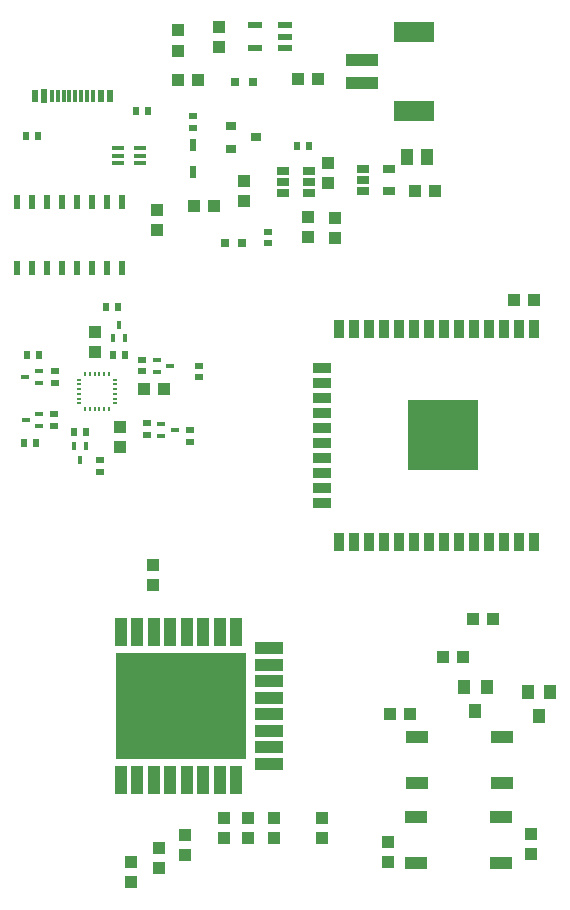
<source format=gbr>
G04 EAGLE Gerber RS-274X export*
G75*
%MOMM*%
%FSLAX34Y34*%
%LPD*%
%INSolderpaste Top*%
%IPPOS*%
%AMOC8*
5,1,8,0,0,1.08239X$1,22.5*%
G01*
%ADD10R,1.016000X1.143000*%
%ADD11R,0.650000X0.460000*%
%ADD12R,0.900000X0.800000*%
%ADD13R,0.250000X0.450000*%
%ADD14R,0.450000X0.250000*%
%ADD15R,1.200000X0.550000*%
%ADD16R,0.900000X1.500000*%
%ADD17R,1.500000X0.900000*%
%ADD18R,6.000000X6.000000*%
%ADD19R,0.600000X1.200000*%
%ADD20R,0.700000X0.600000*%
%ADD21R,0.600000X0.700000*%
%ADD22R,0.460000X0.650000*%
%ADD23R,1.000000X1.100000*%
%ADD24R,1.100000X1.000000*%
%ADD25R,1.050000X0.400000*%
%ADD26R,1.900000X1.000000*%
%ADD27R,1.000000X1.350000*%
%ADD28R,1.060000X0.650000*%
%ADD29R,3.499994X1.799997*%
%ADD30R,2.699994X0.999997*%
%ADD31R,0.800000X0.800000*%
%ADD32R,2.450000X1.000000*%
%ADD33R,1.000000X2.450000*%
%ADD34R,11.000000X9.000000*%
%ADD35R,0.300000X1.140000*%
%ADD36R,0.500000X1.140000*%
%ADD37R,0.500000X1.150000*%
%ADD38R,0.500000X1.050000*%


D10*
X412360Y162430D03*
X402860Y182750D03*
X421860Y182750D03*
D11*
X42926Y439924D03*
X42926Y449924D03*
X31426Y444924D03*
D12*
X205646Y657454D03*
X205646Y638454D03*
X226646Y647954D03*
D10*
X466208Y158366D03*
X456708Y178686D03*
X475708Y178686D03*
D13*
X85870Y417732D03*
X81870Y417732D03*
X89870Y417732D03*
X93870Y417732D03*
X97870Y417732D03*
X101870Y417732D03*
D14*
X106870Y422732D03*
X106870Y426732D03*
X106870Y430732D03*
X106870Y434732D03*
X106870Y438732D03*
X106870Y442732D03*
D13*
X101870Y447732D03*
X97870Y447732D03*
X89870Y447732D03*
X93870Y447732D03*
X85870Y447732D03*
X81870Y447732D03*
D14*
X76870Y442732D03*
X76870Y438732D03*
X76870Y434732D03*
X76870Y430732D03*
X76870Y426732D03*
X76870Y422732D03*
D15*
X251507Y723798D03*
X251507Y733298D03*
X251507Y742798D03*
X225505Y742798D03*
X225505Y723798D03*
D16*
X462238Y485722D03*
X449538Y485722D03*
X436838Y485722D03*
X424138Y485722D03*
X411438Y485722D03*
X398738Y485722D03*
X386038Y485722D03*
X373338Y485722D03*
X360638Y485722D03*
X347938Y485722D03*
X335238Y485722D03*
X322538Y485722D03*
X309838Y485722D03*
X297138Y485722D03*
D17*
X282238Y452872D03*
X282238Y440172D03*
X282238Y427472D03*
X282238Y414772D03*
X282238Y402072D03*
X282238Y389372D03*
X282238Y376672D03*
X282238Y363972D03*
X282238Y351272D03*
X282238Y338572D03*
D16*
X297138Y305722D03*
X309838Y305722D03*
X322538Y305722D03*
X335238Y305722D03*
X347938Y305722D03*
X360638Y305722D03*
X373338Y305722D03*
X386038Y305722D03*
X398738Y305722D03*
X411438Y305722D03*
X424138Y305722D03*
X436838Y305722D03*
X449538Y305722D03*
X462238Y305722D03*
D18*
X385238Y395722D03*
D19*
X113246Y593098D03*
X100546Y593098D03*
X87846Y593098D03*
X75146Y593098D03*
X62446Y593098D03*
X49746Y593098D03*
X37046Y593098D03*
X24346Y593098D03*
X24346Y537098D03*
X37046Y537098D03*
X49746Y537098D03*
X62446Y537098D03*
X75146Y537098D03*
X87846Y537098D03*
X100546Y537098D03*
X113246Y537098D03*
D20*
X56564Y450178D03*
X56564Y440178D03*
D21*
X32768Y463720D03*
X42768Y463720D03*
D11*
X146402Y405474D03*
X146402Y395474D03*
X157902Y400474D03*
D20*
X134034Y395728D03*
X134034Y405728D03*
X171118Y399886D03*
X171118Y389886D03*
D22*
X82900Y386328D03*
X72900Y386328D03*
X77900Y374828D03*
D21*
X72900Y398188D03*
X82900Y398188D03*
D20*
X94410Y374994D03*
X94410Y364994D03*
D11*
X43180Y403856D03*
X43180Y413856D03*
X31680Y408856D03*
D20*
X55294Y413856D03*
X55294Y403856D03*
D21*
X30482Y389044D03*
X40482Y389044D03*
D11*
X142592Y459576D03*
X142592Y449576D03*
X154092Y454576D03*
D20*
X130224Y449830D03*
X130224Y459830D03*
X178484Y454750D03*
X178484Y444750D03*
D22*
X105666Y477866D03*
X115666Y477866D03*
X110666Y489366D03*
D21*
X115666Y463466D03*
X105666Y463466D03*
X109824Y504360D03*
X99824Y504360D03*
D23*
X410346Y240538D03*
X427346Y240538D03*
X384692Y208026D03*
X401692Y208026D03*
D24*
X195326Y741290D03*
X195326Y724290D03*
D20*
X173482Y666162D03*
X173482Y656162D03*
X236384Y558188D03*
X236384Y568188D03*
D23*
X340360Y159382D03*
X357360Y159382D03*
D24*
X338706Y51308D03*
X338706Y34308D03*
D23*
X142494Y569858D03*
X142494Y586858D03*
X160274Y721496D03*
X160274Y738496D03*
D24*
X279264Y696976D03*
X262264Y696976D03*
D25*
X109522Y639092D03*
X109522Y632592D03*
X109522Y626092D03*
X128522Y626092D03*
X128522Y632592D03*
X128522Y639092D03*
D23*
X459362Y41148D03*
X459362Y58148D03*
D26*
X433900Y33462D03*
X433900Y72462D03*
X361900Y72462D03*
X361900Y33462D03*
X362644Y140274D03*
X362644Y101274D03*
X434644Y101274D03*
X434644Y140274D03*
D27*
X354212Y630936D03*
X371212Y630936D03*
D28*
X339168Y602132D03*
X339168Y621132D03*
X317168Y621132D03*
X317168Y611632D03*
X317168Y602132D03*
D24*
X361324Y602488D03*
X378324Y602488D03*
X191126Y589534D03*
X174126Y589534D03*
D23*
X293116Y580000D03*
X293116Y563000D03*
X270764Y580762D03*
X270764Y563762D03*
D28*
X271350Y600862D03*
X271350Y619862D03*
X249350Y619862D03*
X249350Y610362D03*
X249350Y600862D03*
X271350Y610362D03*
D21*
X261446Y640842D03*
X271446Y640842D03*
D23*
X216662Y611242D03*
X216662Y594242D03*
X287782Y626228D03*
X287782Y609228D03*
X177410Y696468D03*
X160410Y696468D03*
D29*
X360578Y737080D03*
X360578Y670080D03*
D30*
X316078Y713580D03*
X316078Y693580D03*
D31*
X208908Y694690D03*
X223908Y694690D03*
X215018Y558292D03*
X200018Y558292D03*
D32*
X238030Y131542D03*
X238030Y117542D03*
X238030Y145542D03*
X238030Y159542D03*
X238030Y173542D03*
X238030Y187542D03*
X238030Y201542D03*
X238030Y215542D03*
D33*
X210030Y103542D03*
X196030Y103542D03*
X182030Y103542D03*
X168030Y103542D03*
X154030Y103542D03*
X140030Y103542D03*
X210030Y229542D03*
X196030Y229542D03*
X182030Y229542D03*
X168030Y229542D03*
X154030Y229542D03*
X126030Y229542D03*
X140030Y229542D03*
X126030Y103542D03*
X112030Y103542D03*
X112030Y229542D03*
D34*
X163030Y166542D03*
D23*
X282180Y71862D03*
X282180Y54862D03*
X241554Y71492D03*
X241554Y54492D03*
X219964Y72000D03*
X219964Y55000D03*
D24*
X144297Y46092D03*
X144297Y29092D03*
X121158Y34154D03*
X121158Y17154D03*
X166878Y57268D03*
X166878Y40268D03*
X139192Y285868D03*
X139192Y268868D03*
D35*
X68620Y683014D03*
X73620Y683014D03*
X63620Y683014D03*
X58620Y683014D03*
X53620Y683014D03*
X78620Y683014D03*
X83620Y683014D03*
X88620Y683014D03*
D36*
X95120Y683014D03*
D37*
X47120Y683014D03*
D36*
X39120Y683014D03*
X103120Y683014D03*
D21*
X135302Y670560D03*
X125302Y670560D03*
X31830Y649478D03*
X41830Y649478D03*
D38*
X173533Y618337D03*
X173533Y641097D03*
D23*
X199136Y71898D03*
X199136Y54898D03*
D24*
X444636Y510438D03*
X461636Y510438D03*
D23*
X111150Y402505D03*
X111150Y385505D03*
X90627Y465972D03*
X90627Y482972D03*
D24*
X131505Y434645D03*
X148505Y434645D03*
M02*

</source>
